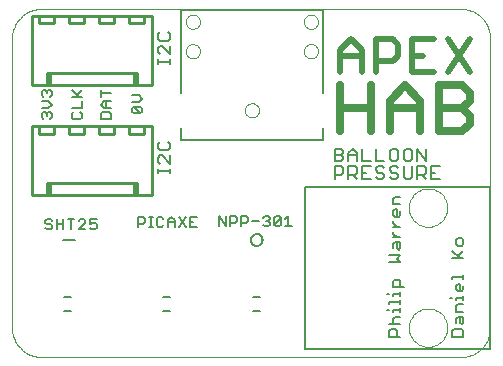
<source format=gto>
G75*
G70*
%OFA0B0*%
%FSLAX24Y24*%
%IPPOS*%
%LPD*%
%AMOC8*
5,1,8,0,0,1.08239X$1,22.5*
%
%ADD10C,0.0000*%
%ADD11C,0.0200*%
%ADD12C,0.0080*%
%ADD13C,0.0060*%
%ADD14C,0.0270*%
%ADD15C,0.0070*%
%ADD16C,0.0050*%
%ADD17C,0.0100*%
D10*
X001180Y000180D02*
X015125Y000180D01*
X013410Y001164D02*
X013412Y001214D01*
X013418Y001264D01*
X013428Y001313D01*
X013441Y001362D01*
X013459Y001409D01*
X013480Y001455D01*
X013504Y001498D01*
X013532Y001540D01*
X013563Y001580D01*
X013597Y001617D01*
X013634Y001651D01*
X013674Y001682D01*
X013716Y001710D01*
X013759Y001734D01*
X013805Y001755D01*
X013852Y001773D01*
X013901Y001786D01*
X013950Y001796D01*
X014000Y001802D01*
X014050Y001804D01*
X014100Y001802D01*
X014150Y001796D01*
X014199Y001786D01*
X014248Y001773D01*
X014295Y001755D01*
X014341Y001734D01*
X014384Y001710D01*
X014426Y001682D01*
X014466Y001651D01*
X014503Y001617D01*
X014537Y001580D01*
X014568Y001540D01*
X014596Y001498D01*
X014620Y001455D01*
X014641Y001409D01*
X014659Y001362D01*
X014672Y001313D01*
X014682Y001264D01*
X014688Y001214D01*
X014690Y001164D01*
X014688Y001114D01*
X014682Y001064D01*
X014672Y001015D01*
X014659Y000966D01*
X014641Y000919D01*
X014620Y000873D01*
X014596Y000830D01*
X014568Y000788D01*
X014537Y000748D01*
X014503Y000711D01*
X014466Y000677D01*
X014426Y000646D01*
X014384Y000618D01*
X014341Y000594D01*
X014295Y000573D01*
X014248Y000555D01*
X014199Y000542D01*
X014150Y000532D01*
X014100Y000526D01*
X014050Y000524D01*
X014000Y000526D01*
X013950Y000532D01*
X013901Y000542D01*
X013852Y000555D01*
X013805Y000573D01*
X013759Y000594D01*
X013716Y000618D01*
X013674Y000646D01*
X013634Y000677D01*
X013597Y000711D01*
X013563Y000748D01*
X013532Y000788D01*
X013504Y000830D01*
X013480Y000873D01*
X013459Y000919D01*
X013441Y000966D01*
X013428Y001015D01*
X013418Y001064D01*
X013412Y001114D01*
X013410Y001164D01*
X015125Y000180D02*
X015185Y000182D01*
X015246Y000187D01*
X015305Y000196D01*
X015364Y000209D01*
X015423Y000225D01*
X015480Y000245D01*
X015535Y000268D01*
X015590Y000295D01*
X015642Y000324D01*
X015693Y000357D01*
X015742Y000393D01*
X015788Y000431D01*
X015832Y000473D01*
X015874Y000517D01*
X015912Y000563D01*
X015948Y000612D01*
X015981Y000663D01*
X016010Y000715D01*
X016037Y000770D01*
X016060Y000825D01*
X016080Y000882D01*
X016096Y000941D01*
X016109Y001000D01*
X016118Y001059D01*
X016123Y001120D01*
X016125Y001180D01*
X016125Y010794D01*
X016123Y010854D01*
X016118Y010915D01*
X016109Y010974D01*
X016096Y011033D01*
X016080Y011092D01*
X016060Y011149D01*
X016037Y011204D01*
X016010Y011259D01*
X015981Y011311D01*
X015948Y011362D01*
X015912Y011411D01*
X015874Y011457D01*
X015832Y011501D01*
X015788Y011543D01*
X015742Y011581D01*
X015693Y011617D01*
X015642Y011650D01*
X015590Y011679D01*
X015535Y011706D01*
X015480Y011729D01*
X015423Y011749D01*
X015364Y011765D01*
X015305Y011778D01*
X015246Y011787D01*
X015185Y011792D01*
X015125Y011794D01*
X001180Y011794D01*
X001120Y011792D01*
X001059Y011787D01*
X001000Y011778D01*
X000941Y011765D01*
X000882Y011749D01*
X000825Y011729D01*
X000770Y011706D01*
X000715Y011679D01*
X000663Y011650D01*
X000612Y011617D01*
X000563Y011581D01*
X000517Y011543D01*
X000473Y011501D01*
X000431Y011457D01*
X000393Y011411D01*
X000357Y011362D01*
X000324Y011311D01*
X000295Y011259D01*
X000268Y011204D01*
X000245Y011149D01*
X000225Y011092D01*
X000209Y011033D01*
X000196Y010974D01*
X000187Y010915D01*
X000182Y010854D01*
X000180Y010794D01*
X000180Y001180D01*
X000182Y001120D01*
X000187Y001059D01*
X000196Y001000D01*
X000209Y000941D01*
X000225Y000882D01*
X000245Y000825D01*
X000268Y000770D01*
X000295Y000715D01*
X000324Y000663D01*
X000357Y000612D01*
X000393Y000563D01*
X000431Y000517D01*
X000473Y000473D01*
X000517Y000431D01*
X000563Y000393D01*
X000612Y000357D01*
X000663Y000324D01*
X000715Y000295D01*
X000770Y000268D01*
X000825Y000245D01*
X000882Y000225D01*
X000941Y000209D01*
X001000Y000196D01*
X001059Y000187D01*
X001120Y000182D01*
X001180Y000180D01*
X007944Y008411D02*
X007946Y008441D01*
X007952Y008471D01*
X007961Y008500D01*
X007974Y008527D01*
X007991Y008552D01*
X008010Y008575D01*
X008033Y008596D01*
X008058Y008613D01*
X008084Y008627D01*
X008113Y008637D01*
X008142Y008644D01*
X008172Y008647D01*
X008203Y008646D01*
X008233Y008641D01*
X008262Y008632D01*
X008289Y008620D01*
X008315Y008605D01*
X008339Y008586D01*
X008360Y008564D01*
X008378Y008540D01*
X008393Y008513D01*
X008404Y008485D01*
X008412Y008456D01*
X008416Y008426D01*
X008416Y008396D01*
X008412Y008366D01*
X008404Y008337D01*
X008393Y008309D01*
X008378Y008282D01*
X008360Y008258D01*
X008339Y008236D01*
X008315Y008217D01*
X008289Y008202D01*
X008262Y008190D01*
X008233Y008181D01*
X008203Y008176D01*
X008172Y008175D01*
X008142Y008178D01*
X008113Y008185D01*
X008084Y008195D01*
X008058Y008209D01*
X008033Y008226D01*
X008010Y008247D01*
X007991Y008270D01*
X007974Y008295D01*
X007961Y008322D01*
X007952Y008351D01*
X007946Y008381D01*
X007944Y008411D01*
X005975Y010380D02*
X005977Y010410D01*
X005983Y010440D01*
X005992Y010469D01*
X006005Y010496D01*
X006022Y010521D01*
X006041Y010544D01*
X006064Y010565D01*
X006089Y010582D01*
X006115Y010596D01*
X006144Y010606D01*
X006173Y010613D01*
X006203Y010616D01*
X006234Y010615D01*
X006264Y010610D01*
X006293Y010601D01*
X006320Y010589D01*
X006346Y010574D01*
X006370Y010555D01*
X006391Y010533D01*
X006409Y010509D01*
X006424Y010482D01*
X006435Y010454D01*
X006443Y010425D01*
X006447Y010395D01*
X006447Y010365D01*
X006443Y010335D01*
X006435Y010306D01*
X006424Y010278D01*
X006409Y010251D01*
X006391Y010227D01*
X006370Y010205D01*
X006346Y010186D01*
X006320Y010171D01*
X006293Y010159D01*
X006264Y010150D01*
X006234Y010145D01*
X006203Y010144D01*
X006173Y010147D01*
X006144Y010154D01*
X006115Y010164D01*
X006089Y010178D01*
X006064Y010195D01*
X006041Y010216D01*
X006022Y010239D01*
X006005Y010264D01*
X005992Y010291D01*
X005983Y010320D01*
X005977Y010350D01*
X005975Y010380D01*
X005975Y011364D02*
X005977Y011394D01*
X005983Y011424D01*
X005992Y011453D01*
X006005Y011480D01*
X006022Y011505D01*
X006041Y011528D01*
X006064Y011549D01*
X006089Y011566D01*
X006115Y011580D01*
X006144Y011590D01*
X006173Y011597D01*
X006203Y011600D01*
X006234Y011599D01*
X006264Y011594D01*
X006293Y011585D01*
X006320Y011573D01*
X006346Y011558D01*
X006370Y011539D01*
X006391Y011517D01*
X006409Y011493D01*
X006424Y011466D01*
X006435Y011438D01*
X006443Y011409D01*
X006447Y011379D01*
X006447Y011349D01*
X006443Y011319D01*
X006435Y011290D01*
X006424Y011262D01*
X006409Y011235D01*
X006391Y011211D01*
X006370Y011189D01*
X006346Y011170D01*
X006320Y011155D01*
X006293Y011143D01*
X006264Y011134D01*
X006234Y011129D01*
X006203Y011128D01*
X006173Y011131D01*
X006144Y011138D01*
X006115Y011148D01*
X006089Y011162D01*
X006064Y011179D01*
X006041Y011200D01*
X006022Y011223D01*
X006005Y011248D01*
X005992Y011275D01*
X005983Y011304D01*
X005977Y011334D01*
X005975Y011364D01*
X009913Y011364D02*
X009915Y011394D01*
X009921Y011424D01*
X009930Y011453D01*
X009943Y011480D01*
X009960Y011505D01*
X009979Y011528D01*
X010002Y011549D01*
X010027Y011566D01*
X010053Y011580D01*
X010082Y011590D01*
X010111Y011597D01*
X010141Y011600D01*
X010172Y011599D01*
X010202Y011594D01*
X010231Y011585D01*
X010258Y011573D01*
X010284Y011558D01*
X010308Y011539D01*
X010329Y011517D01*
X010347Y011493D01*
X010362Y011466D01*
X010373Y011438D01*
X010381Y011409D01*
X010385Y011379D01*
X010385Y011349D01*
X010381Y011319D01*
X010373Y011290D01*
X010362Y011262D01*
X010347Y011235D01*
X010329Y011211D01*
X010308Y011189D01*
X010284Y011170D01*
X010258Y011155D01*
X010231Y011143D01*
X010202Y011134D01*
X010172Y011129D01*
X010141Y011128D01*
X010111Y011131D01*
X010082Y011138D01*
X010053Y011148D01*
X010027Y011162D01*
X010002Y011179D01*
X009979Y011200D01*
X009960Y011223D01*
X009943Y011248D01*
X009930Y011275D01*
X009921Y011304D01*
X009915Y011334D01*
X009913Y011364D01*
X009913Y010380D02*
X009915Y010410D01*
X009921Y010440D01*
X009930Y010469D01*
X009943Y010496D01*
X009960Y010521D01*
X009979Y010544D01*
X010002Y010565D01*
X010027Y010582D01*
X010053Y010596D01*
X010082Y010606D01*
X010111Y010613D01*
X010141Y010616D01*
X010172Y010615D01*
X010202Y010610D01*
X010231Y010601D01*
X010258Y010589D01*
X010284Y010574D01*
X010308Y010555D01*
X010329Y010533D01*
X010347Y010509D01*
X010362Y010482D01*
X010373Y010454D01*
X010381Y010425D01*
X010385Y010395D01*
X010385Y010365D01*
X010381Y010335D01*
X010373Y010306D01*
X010362Y010278D01*
X010347Y010251D01*
X010329Y010227D01*
X010308Y010205D01*
X010284Y010186D01*
X010258Y010171D01*
X010231Y010159D01*
X010202Y010150D01*
X010172Y010145D01*
X010141Y010144D01*
X010111Y010147D01*
X010082Y010154D01*
X010053Y010164D01*
X010027Y010178D01*
X010002Y010195D01*
X009979Y010216D01*
X009960Y010239D01*
X009943Y010264D01*
X009930Y010291D01*
X009921Y010320D01*
X009915Y010350D01*
X009913Y010380D01*
X013410Y005164D02*
X013412Y005214D01*
X013418Y005264D01*
X013428Y005313D01*
X013441Y005362D01*
X013459Y005409D01*
X013480Y005455D01*
X013504Y005498D01*
X013532Y005540D01*
X013563Y005580D01*
X013597Y005617D01*
X013634Y005651D01*
X013674Y005682D01*
X013716Y005710D01*
X013759Y005734D01*
X013805Y005755D01*
X013852Y005773D01*
X013901Y005786D01*
X013950Y005796D01*
X014000Y005802D01*
X014050Y005804D01*
X014100Y005802D01*
X014150Y005796D01*
X014199Y005786D01*
X014248Y005773D01*
X014295Y005755D01*
X014341Y005734D01*
X014384Y005710D01*
X014426Y005682D01*
X014466Y005651D01*
X014503Y005617D01*
X014537Y005580D01*
X014568Y005540D01*
X014596Y005498D01*
X014620Y005455D01*
X014641Y005409D01*
X014659Y005362D01*
X014672Y005313D01*
X014682Y005264D01*
X014688Y005214D01*
X014690Y005164D01*
X014688Y005114D01*
X014682Y005064D01*
X014672Y005015D01*
X014659Y004966D01*
X014641Y004919D01*
X014620Y004873D01*
X014596Y004830D01*
X014568Y004788D01*
X014537Y004748D01*
X014503Y004711D01*
X014466Y004677D01*
X014426Y004646D01*
X014384Y004618D01*
X014341Y004594D01*
X014295Y004573D01*
X014248Y004555D01*
X014199Y004542D01*
X014150Y004532D01*
X014100Y004526D01*
X014050Y004524D01*
X014000Y004526D01*
X013950Y004532D01*
X013901Y004542D01*
X013852Y004555D01*
X013805Y004573D01*
X013759Y004594D01*
X013716Y004618D01*
X013674Y004646D01*
X013634Y004677D01*
X013597Y004711D01*
X013563Y004748D01*
X013532Y004788D01*
X013504Y004830D01*
X013480Y004873D01*
X013459Y004919D01*
X013441Y004966D01*
X013428Y005015D01*
X013418Y005064D01*
X013412Y005114D01*
X013410Y005164D01*
D11*
X013524Y009676D02*
X014258Y009676D01*
X014721Y009676D02*
X015455Y010777D01*
X014721Y010777D02*
X015455Y009676D01*
X014258Y010777D02*
X013524Y010777D01*
X013524Y009676D01*
X013061Y010227D02*
X012877Y010043D01*
X012327Y010043D01*
X011864Y010227D02*
X011130Y010227D01*
X011130Y010410D02*
X011497Y010777D01*
X011864Y010410D01*
X011864Y009676D01*
X012327Y009676D02*
X012327Y010777D01*
X012877Y010777D01*
X013061Y010594D01*
X013061Y010227D01*
X013524Y010227D02*
X013891Y010227D01*
X011130Y010410D02*
X011130Y009676D01*
D12*
X010542Y009002D02*
X010542Y011758D01*
X005818Y011758D01*
X005818Y009002D01*
X005455Y009966D02*
X005455Y010106D01*
X005455Y010036D02*
X005035Y010036D01*
X005035Y009966D02*
X005035Y010106D01*
X005105Y010273D02*
X005035Y010343D01*
X005035Y010483D01*
X005105Y010553D01*
X005175Y010553D01*
X005455Y010273D01*
X005455Y010553D01*
X005385Y010733D02*
X005105Y010733D01*
X005035Y010803D01*
X005035Y010943D01*
X005105Y011013D01*
X005385Y011013D02*
X005455Y010943D01*
X005455Y010803D01*
X005385Y010733D01*
X005818Y007821D02*
X005818Y007427D01*
X010542Y007427D01*
X010542Y007821D01*
X010931Y007133D02*
X011141Y007133D01*
X011211Y007063D01*
X011211Y006993D01*
X011141Y006923D01*
X010931Y006923D01*
X010931Y006713D02*
X011141Y006713D01*
X011211Y006783D01*
X011211Y006853D01*
X011141Y006923D01*
X011391Y006923D02*
X011672Y006923D01*
X011672Y006993D02*
X011672Y006713D01*
X011852Y006713D02*
X012132Y006713D01*
X012132Y006546D02*
X011852Y006546D01*
X011852Y006126D01*
X012132Y006126D01*
X012312Y006196D02*
X012382Y006126D01*
X012522Y006126D01*
X012592Y006196D01*
X012592Y006266D01*
X012522Y006336D01*
X012382Y006336D01*
X012312Y006406D01*
X012312Y006476D01*
X012382Y006546D01*
X012522Y006546D01*
X012592Y006476D01*
X012773Y006476D02*
X012773Y006406D01*
X012843Y006336D01*
X012983Y006336D01*
X013053Y006266D01*
X013053Y006196D01*
X012983Y006126D01*
X012843Y006126D01*
X012773Y006196D01*
X012773Y006476D02*
X012843Y006546D01*
X012983Y006546D01*
X013053Y006476D01*
X013233Y006546D02*
X013233Y006196D01*
X013303Y006126D01*
X013443Y006126D01*
X013513Y006196D01*
X013513Y006546D01*
X013693Y006546D02*
X013904Y006546D01*
X013974Y006476D01*
X013974Y006336D01*
X013904Y006266D01*
X013693Y006266D01*
X013693Y006126D02*
X013693Y006546D01*
X013693Y006713D02*
X013693Y007133D01*
X013974Y006713D01*
X013974Y007133D01*
X013513Y007063D02*
X013513Y006783D01*
X013443Y006713D01*
X013303Y006713D01*
X013233Y006783D01*
X013233Y007063D01*
X013303Y007133D01*
X013443Y007133D01*
X013513Y007063D01*
X013053Y007063D02*
X012983Y007133D01*
X012843Y007133D01*
X012773Y007063D01*
X012773Y006783D01*
X012843Y006713D01*
X012983Y006713D01*
X013053Y006783D01*
X013053Y007063D01*
X012592Y006713D02*
X012312Y006713D01*
X012312Y007133D01*
X011852Y007133D02*
X011852Y006713D01*
X011672Y006476D02*
X011672Y006336D01*
X011602Y006266D01*
X011391Y006266D01*
X011391Y006126D02*
X011391Y006546D01*
X011602Y006546D01*
X011672Y006476D01*
X011852Y006336D02*
X011992Y006336D01*
X011672Y006126D02*
X011532Y006266D01*
X011211Y006336D02*
X011211Y006476D01*
X011141Y006546D01*
X010931Y006546D01*
X010931Y006126D01*
X010931Y006266D02*
X011141Y006266D01*
X011211Y006336D01*
X011391Y006713D02*
X011391Y006993D01*
X011532Y007133D01*
X011672Y006993D01*
X010931Y007133D02*
X010931Y006713D01*
X009950Y005864D02*
X009950Y000464D01*
X016100Y000464D01*
X016100Y005864D01*
X009950Y005864D01*
X013833Y006266D02*
X013974Y006126D01*
X014154Y006126D02*
X014434Y006126D01*
X014294Y006336D02*
X014154Y006336D01*
X014154Y006546D02*
X014154Y006126D01*
X014154Y006546D02*
X014434Y006546D01*
X005455Y006629D02*
X005175Y006910D01*
X005105Y006910D01*
X005035Y006839D01*
X005035Y006699D01*
X005105Y006629D01*
X005035Y006462D02*
X005035Y006322D01*
X005035Y006392D02*
X005455Y006392D01*
X005455Y006322D02*
X005455Y006462D01*
X005455Y006629D02*
X005455Y006910D01*
X005385Y007090D02*
X005105Y007090D01*
X005035Y007160D01*
X005035Y007300D01*
X005105Y007370D01*
X005385Y007370D02*
X005455Y007300D01*
X005455Y007160D01*
X005385Y007090D01*
D13*
X004463Y008311D02*
X004237Y008311D01*
X004180Y008368D01*
X004180Y008481D01*
X004237Y008538D01*
X004463Y008311D01*
X004520Y008368D01*
X004520Y008481D01*
X004463Y008538D01*
X004237Y008538D01*
X004180Y008679D02*
X004407Y008679D01*
X004520Y008793D01*
X004407Y008906D01*
X004180Y008906D01*
X003477Y008973D02*
X003136Y008973D01*
X003136Y008860D02*
X003136Y009087D01*
X003250Y008719D02*
X003477Y008719D01*
X003307Y008719D02*
X003307Y008492D01*
X003250Y008492D02*
X003477Y008492D01*
X003420Y008350D02*
X003193Y008350D01*
X003136Y008294D01*
X003136Y008123D01*
X003477Y008123D01*
X003477Y008294D01*
X003420Y008350D01*
X003250Y008492D02*
X003136Y008605D01*
X003250Y008719D01*
X002512Y008708D02*
X002512Y008481D01*
X002172Y008481D01*
X002229Y008340D02*
X002172Y008283D01*
X002172Y008169D01*
X002229Y008113D01*
X002455Y008113D01*
X002512Y008169D01*
X002512Y008283D01*
X002455Y008340D01*
X002399Y008849D02*
X002172Y009076D01*
X002342Y008906D02*
X002512Y009076D01*
X002512Y008849D02*
X002172Y008849D01*
X001508Y008917D02*
X001452Y008860D01*
X001508Y008917D02*
X001508Y009030D01*
X001452Y009087D01*
X001395Y009087D01*
X001338Y009030D01*
X001338Y008973D01*
X001338Y009030D02*
X001281Y009087D01*
X001225Y009087D01*
X001168Y009030D01*
X001168Y008917D01*
X001225Y008860D01*
X001168Y008719D02*
X001395Y008719D01*
X001508Y008605D01*
X001395Y008492D01*
X001168Y008492D01*
X001225Y008350D02*
X001168Y008294D01*
X001168Y008180D01*
X001225Y008123D01*
X001338Y008237D02*
X001338Y008294D01*
X001395Y008350D01*
X001452Y008350D01*
X001508Y008294D01*
X001508Y008180D01*
X001452Y008123D01*
X001338Y008294D02*
X001281Y008350D01*
X001225Y008350D01*
X004390Y004861D02*
X004560Y004861D01*
X004616Y004805D01*
X004616Y004691D01*
X004560Y004634D01*
X004390Y004634D01*
X004390Y004521D02*
X004390Y004861D01*
X004758Y004861D02*
X004871Y004861D01*
X004815Y004861D02*
X004815Y004521D01*
X004871Y004521D02*
X004758Y004521D01*
X005003Y004578D02*
X005060Y004521D01*
X005174Y004521D01*
X005230Y004578D01*
X005372Y004521D02*
X005372Y004748D01*
X005485Y004861D01*
X005599Y004748D01*
X005599Y004521D01*
X005740Y004521D02*
X005967Y004861D01*
X006108Y004861D02*
X006108Y004521D01*
X006335Y004521D01*
X006222Y004691D02*
X006108Y004691D01*
X005967Y004521D02*
X005740Y004861D01*
X005599Y004691D02*
X005372Y004691D01*
X005230Y004805D02*
X005174Y004861D01*
X005060Y004861D01*
X005003Y004805D01*
X005003Y004578D01*
X006108Y004861D02*
X006335Y004861D01*
X007072Y004888D02*
X007072Y004548D01*
X007299Y004548D02*
X007299Y004888D01*
X007441Y004888D02*
X007611Y004888D01*
X007667Y004831D01*
X007667Y004718D01*
X007611Y004661D01*
X007441Y004661D01*
X007441Y004548D02*
X007441Y004888D01*
X007809Y004888D02*
X007979Y004888D01*
X008036Y004831D01*
X008036Y004718D01*
X007979Y004661D01*
X007809Y004661D01*
X007809Y004548D02*
X007809Y004888D01*
X008177Y004718D02*
X008404Y004718D01*
X008545Y004831D02*
X008602Y004888D01*
X008716Y004888D01*
X008772Y004831D01*
X008772Y004775D01*
X008716Y004718D01*
X008772Y004661D01*
X008772Y004605D01*
X008716Y004548D01*
X008602Y004548D01*
X008545Y004605D01*
X008659Y004718D02*
X008716Y004718D01*
X008914Y004605D02*
X008914Y004831D01*
X008970Y004888D01*
X009084Y004888D01*
X009141Y004831D01*
X008914Y004605D01*
X008970Y004548D01*
X009084Y004548D01*
X009141Y004605D01*
X009141Y004831D01*
X009282Y004775D02*
X009396Y004888D01*
X009396Y004548D01*
X009509Y004548D02*
X009282Y004548D01*
X007299Y004548D02*
X007072Y004888D01*
X008215Y002184D02*
X008452Y002184D01*
X008452Y001711D02*
X008215Y001711D01*
X005452Y001711D02*
X005215Y001711D01*
X005215Y002184D02*
X005452Y002184D01*
X002998Y004497D02*
X002941Y004441D01*
X002827Y004441D01*
X002771Y004497D01*
X002771Y004611D02*
X002884Y004668D01*
X002941Y004668D01*
X002998Y004611D01*
X002998Y004497D01*
X002771Y004611D02*
X002771Y004781D01*
X002998Y004781D01*
X002629Y004724D02*
X002629Y004668D01*
X002402Y004441D01*
X002629Y004441D01*
X002629Y004724D02*
X002572Y004781D01*
X002459Y004781D01*
X002402Y004724D01*
X002261Y004781D02*
X002034Y004781D01*
X002147Y004781D02*
X002147Y004441D01*
X001893Y004441D02*
X001893Y004781D01*
X001893Y004611D02*
X001666Y004611D01*
X001524Y004554D02*
X001524Y004497D01*
X001468Y004441D01*
X001354Y004441D01*
X001297Y004497D01*
X001354Y004611D02*
X001468Y004611D01*
X001524Y004554D01*
X001354Y004611D02*
X001297Y004668D01*
X001297Y004724D01*
X001354Y004781D01*
X001468Y004781D01*
X001524Y004724D01*
X001666Y004781D02*
X001666Y004441D01*
X001928Y002184D02*
X002164Y002184D01*
X002164Y001711D02*
X001928Y001711D01*
D14*
X011115Y007711D02*
X011115Y009242D01*
X011115Y008477D02*
X012136Y008477D01*
X012772Y008477D02*
X013793Y008477D01*
X013793Y008732D02*
X013793Y007711D01*
X014430Y007711D02*
X015195Y007711D01*
X015451Y007966D01*
X015451Y008221D01*
X015195Y008477D01*
X014430Y008477D01*
X013793Y008732D02*
X013283Y009242D01*
X012772Y008732D01*
X012772Y007711D01*
X012136Y007711D02*
X012136Y009242D01*
X014430Y009242D02*
X014430Y007711D01*
X015195Y008477D02*
X015451Y008732D01*
X015451Y008987D01*
X015195Y009242D01*
X014430Y009242D01*
D15*
X013128Y005532D02*
X012938Y005532D01*
X012875Y005468D01*
X012875Y005278D01*
X013128Y005278D01*
X013002Y005117D02*
X013002Y004864D01*
X013065Y004864D02*
X012938Y004864D01*
X012875Y004927D01*
X012875Y005054D01*
X012938Y005117D01*
X013002Y005117D01*
X013128Y005054D02*
X013128Y004927D01*
X013065Y004864D01*
X012875Y004709D02*
X012875Y004645D01*
X013002Y004518D01*
X013128Y004518D02*
X012875Y004518D01*
X012875Y004363D02*
X012875Y004300D01*
X013002Y004173D01*
X013128Y004173D02*
X012875Y004173D01*
X012938Y004012D02*
X013128Y004012D01*
X013128Y003822D01*
X013065Y003759D01*
X013002Y003822D01*
X013002Y004012D01*
X012938Y004012D02*
X012875Y003949D01*
X012875Y003822D01*
X012748Y003598D02*
X013128Y003598D01*
X013002Y003471D01*
X013128Y003344D01*
X012748Y003344D01*
X012938Y002769D02*
X013065Y002769D01*
X013128Y002706D01*
X013128Y002516D01*
X013255Y002516D02*
X012875Y002516D01*
X012875Y002706D01*
X012938Y002769D01*
X013128Y002366D02*
X013128Y002239D01*
X013128Y002303D02*
X012875Y002303D01*
X012875Y002239D01*
X012748Y002303D02*
X012685Y002303D01*
X012748Y002027D02*
X013128Y002027D01*
X013128Y002090D02*
X013128Y001963D01*
X013128Y001814D02*
X013128Y001687D01*
X013128Y001750D02*
X012875Y001750D01*
X012875Y001687D01*
X012748Y001750D02*
X012685Y001750D01*
X012748Y001963D02*
X012748Y002027D01*
X012938Y001526D02*
X013128Y001526D01*
X012938Y001526D02*
X012875Y001463D01*
X012875Y001336D01*
X012938Y001273D01*
X012938Y001112D02*
X012812Y001112D01*
X012748Y001048D01*
X012748Y000858D01*
X013128Y000858D01*
X013002Y000858D02*
X013002Y001048D01*
X012938Y001112D01*
X012748Y001273D02*
X013128Y001273D01*
X014848Y001048D02*
X014848Y000858D01*
X015228Y000858D01*
X015228Y001048D01*
X015165Y001112D01*
X014912Y001112D01*
X014848Y001048D01*
X014975Y001336D02*
X014975Y001463D01*
X015038Y001526D01*
X015228Y001526D01*
X015228Y001336D01*
X015165Y001273D01*
X015102Y001336D01*
X015102Y001526D01*
X015228Y001687D02*
X014975Y001687D01*
X014975Y001877D01*
X015038Y001941D01*
X015228Y001941D01*
X015228Y002101D02*
X015228Y002228D01*
X015228Y002165D02*
X014975Y002165D01*
X014975Y002101D01*
X014848Y002165D02*
X014785Y002165D01*
X015038Y002378D02*
X014975Y002441D01*
X014975Y002568D01*
X015038Y002631D01*
X015102Y002631D01*
X015102Y002378D01*
X015165Y002378D02*
X015038Y002378D01*
X015165Y002378D02*
X015228Y002441D01*
X015228Y002568D01*
X015228Y002792D02*
X015228Y002919D01*
X015228Y002855D02*
X014848Y002855D01*
X014848Y002792D01*
X014848Y003483D02*
X015228Y003483D01*
X015102Y003483D02*
X014848Y003736D01*
X015038Y003897D02*
X015165Y003897D01*
X015228Y003960D01*
X015228Y004087D01*
X015165Y004150D01*
X015038Y004150D01*
X014975Y004087D01*
X014975Y003960D01*
X015038Y003897D01*
X015228Y003736D02*
X015038Y003546D01*
D16*
X008137Y004091D02*
X008139Y004118D01*
X008145Y004145D01*
X008154Y004171D01*
X008167Y004195D01*
X008183Y004218D01*
X008202Y004237D01*
X008224Y004254D01*
X008248Y004268D01*
X008273Y004278D01*
X008300Y004285D01*
X008327Y004288D01*
X008355Y004287D01*
X008382Y004282D01*
X008408Y004274D01*
X008432Y004262D01*
X008455Y004246D01*
X008476Y004228D01*
X008493Y004207D01*
X008508Y004183D01*
X008519Y004158D01*
X008527Y004132D01*
X008531Y004105D01*
X008531Y004077D01*
X008527Y004050D01*
X008519Y004024D01*
X008508Y003999D01*
X008493Y003975D01*
X008476Y003954D01*
X008455Y003936D01*
X008433Y003920D01*
X008408Y003908D01*
X008382Y003900D01*
X008355Y003895D01*
X008327Y003894D01*
X008300Y003897D01*
X008273Y003904D01*
X008248Y003914D01*
X008224Y003928D01*
X008202Y003945D01*
X008183Y003964D01*
X008167Y003987D01*
X008154Y004011D01*
X008145Y004037D01*
X008139Y004064D01*
X008137Y004091D01*
X004334Y005585D02*
X004234Y005585D01*
X004334Y005585D02*
X004334Y005735D01*
X002290Y004105D02*
X001897Y004105D01*
X004234Y009266D02*
X004334Y009266D01*
X004334Y009416D01*
D17*
X004334Y009266D02*
X004334Y009666D01*
X004234Y009666D01*
X004234Y009266D01*
X004334Y009266D02*
X003834Y009266D01*
X000834Y009266D01*
X000834Y010416D01*
X000834Y011566D01*
X001084Y011566D01*
X001084Y011316D01*
X001584Y011316D01*
X001584Y011566D01*
X002084Y011566D01*
X002084Y011316D01*
X002584Y011316D01*
X002584Y011566D01*
X003084Y011566D01*
X004584Y011566D01*
X004584Y011316D01*
X004084Y011316D01*
X004084Y011566D01*
X003584Y011566D01*
X003584Y011316D01*
X003084Y011316D01*
X003084Y011566D01*
X003884Y011566D02*
X000834Y011566D01*
X001334Y009666D02*
X001334Y009266D01*
X001434Y009266D02*
X001434Y009666D01*
X001334Y009666D01*
X001434Y009666D02*
X004234Y009666D01*
X004334Y009266D02*
X004834Y009266D01*
X004834Y010416D01*
X004834Y011566D01*
X003884Y011566D01*
X004584Y011566D02*
X004734Y011566D01*
X004734Y007885D02*
X004584Y007885D01*
X003084Y007885D01*
X002584Y007885D01*
X002584Y007635D01*
X002084Y007635D01*
X002084Y007885D01*
X001584Y007885D01*
X001584Y007635D01*
X001084Y007635D01*
X001084Y007885D01*
X000834Y007885D01*
X003884Y007885D01*
X004834Y007885D01*
X004834Y006735D01*
X004834Y005585D01*
X004334Y005585D01*
X004334Y005985D01*
X004234Y005985D01*
X004234Y005585D01*
X004334Y005585D02*
X003834Y005585D01*
X000834Y005585D01*
X000834Y006735D01*
X000834Y007885D01*
X003084Y007885D02*
X003084Y007635D01*
X003584Y007635D01*
X003584Y007885D01*
X004084Y007885D01*
X004084Y007635D01*
X004584Y007635D01*
X004584Y007885D01*
X004234Y005985D02*
X001434Y005985D01*
X001434Y005585D01*
X001334Y005585D02*
X001334Y005985D01*
X001434Y005985D01*
M02*

</source>
